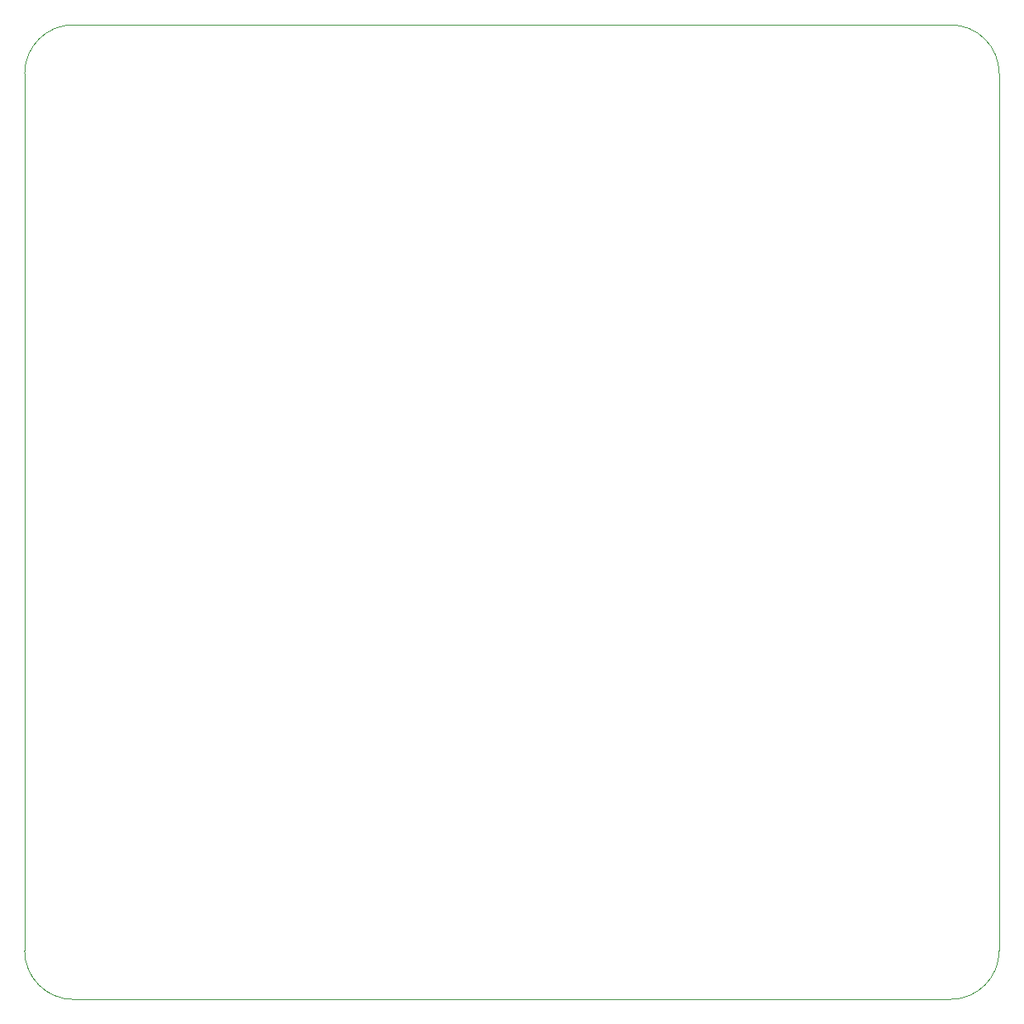
<source format=gbr>
%TF.GenerationSoftware,KiCad,Pcbnew,(5.1.6)-1*%
%TF.CreationDate,2020-09-28T21:59:18+02:00*%
%TF.ProjectId,BMP-Arduino,424d502d-4172-4647-9569-6e6f2e6b6963,0.1*%
%TF.SameCoordinates,Original*%
%TF.FileFunction,Profile,NP*%
%FSLAX46Y46*%
G04 Gerber Fmt 4.6, Leading zero omitted, Abs format (unit mm)*
G04 Created by KiCad (PCBNEW (5.1.6)-1) date 2020-09-28 21:59:18*
%MOMM*%
%LPD*%
G01*
G04 APERTURE LIST*
%TA.AperFunction,Profile*%
%ADD10C,0.050000*%
%TD*%
G04 APERTURE END LIST*
D10*
X184835000Y-45235000D02*
G75*
G02*
X189835000Y-50235000I0J-5000000D01*
G01*
X189835000Y-140235000D02*
G75*
G02*
X184835000Y-145235000I-5000000J0D01*
G01*
X94835000Y-145235000D02*
G75*
G02*
X89835000Y-140235000I0J5000000D01*
G01*
X89835000Y-50235000D02*
G75*
G02*
X94835000Y-45235000I5000000J0D01*
G01*
X184835000Y-45235000D02*
X94835000Y-45235000D01*
X189835000Y-140235000D02*
X189835000Y-50235000D01*
X94835000Y-145235000D02*
X184835000Y-145235000D01*
X89835000Y-50235000D02*
X89835000Y-140235000D01*
M02*

</source>
